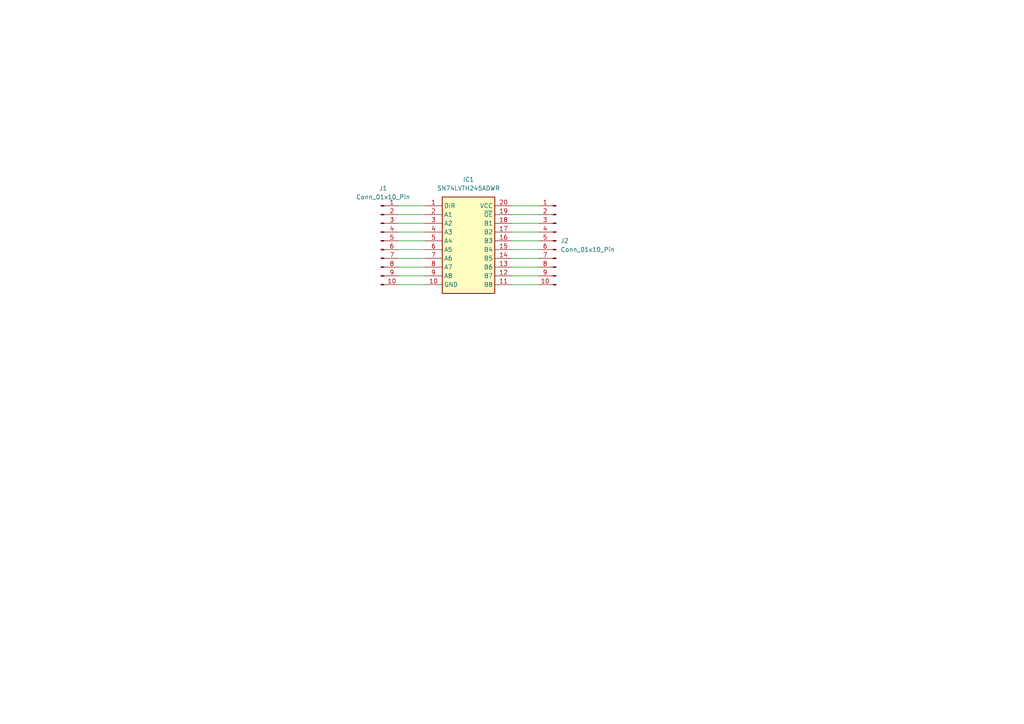
<source format=kicad_sch>
(kicad_sch (version 20230121) (generator eeschema)

  (uuid 7fcdac60-c643-43b7-bd21-cfce189e24ab)

  (paper "A4")

  (lib_symbols
    (symbol "Connector:Conn_01x10_Pin" (pin_names (offset 1.016) hide) (in_bom yes) (on_board yes)
      (property "Reference" "J" (at 0 12.7 0)
        (effects (font (size 1.27 1.27)))
      )
      (property "Value" "Conn_01x10_Pin" (at 0 -15.24 0)
        (effects (font (size 1.27 1.27)))
      )
      (property "Footprint" "" (at 0 0 0)
        (effects (font (size 1.27 1.27)) hide)
      )
      (property "Datasheet" "~" (at 0 0 0)
        (effects (font (size 1.27 1.27)) hide)
      )
      (property "ki_locked" "" (at 0 0 0)
        (effects (font (size 1.27 1.27)))
      )
      (property "ki_keywords" "connector" (at 0 0 0)
        (effects (font (size 1.27 1.27)) hide)
      )
      (property "ki_description" "Generic connector, single row, 01x10, script generated" (at 0 0 0)
        (effects (font (size 1.27 1.27)) hide)
      )
      (property "ki_fp_filters" "Connector*:*_1x??_*" (at 0 0 0)
        (effects (font (size 1.27 1.27)) hide)
      )
      (symbol "Conn_01x10_Pin_1_1"
        (polyline
          (pts
            (xy 1.27 -12.7)
            (xy 0.8636 -12.7)
          )
          (stroke (width 0.1524) (type default))
          (fill (type none))
        )
        (polyline
          (pts
            (xy 1.27 -10.16)
            (xy 0.8636 -10.16)
          )
          (stroke (width 0.1524) (type default))
          (fill (type none))
        )
        (polyline
          (pts
            (xy 1.27 -7.62)
            (xy 0.8636 -7.62)
          )
          (stroke (width 0.1524) (type default))
          (fill (type none))
        )
        (polyline
          (pts
            (xy 1.27 -5.08)
            (xy 0.8636 -5.08)
          )
          (stroke (width 0.1524) (type default))
          (fill (type none))
        )
        (polyline
          (pts
            (xy 1.27 -2.54)
            (xy 0.8636 -2.54)
          )
          (stroke (width 0.1524) (type default))
          (fill (type none))
        )
        (polyline
          (pts
            (xy 1.27 0)
            (xy 0.8636 0)
          )
          (stroke (width 0.1524) (type default))
          (fill (type none))
        )
        (polyline
          (pts
            (xy 1.27 2.54)
            (xy 0.8636 2.54)
          )
          (stroke (width 0.1524) (type default))
          (fill (type none))
        )
        (polyline
          (pts
            (xy 1.27 5.08)
            (xy 0.8636 5.08)
          )
          (stroke (width 0.1524) (type default))
          (fill (type none))
        )
        (polyline
          (pts
            (xy 1.27 7.62)
            (xy 0.8636 7.62)
          )
          (stroke (width 0.1524) (type default))
          (fill (type none))
        )
        (polyline
          (pts
            (xy 1.27 10.16)
            (xy 0.8636 10.16)
          )
          (stroke (width 0.1524) (type default))
          (fill (type none))
        )
        (rectangle (start 0.8636 -12.573) (end 0 -12.827)
          (stroke (width 0.1524) (type default))
          (fill (type outline))
        )
        (rectangle (start 0.8636 -10.033) (end 0 -10.287)
          (stroke (width 0.1524) (type default))
          (fill (type outline))
        )
        (rectangle (start 0.8636 -7.493) (end 0 -7.747)
          (stroke (width 0.1524) (type default))
          (fill (type outline))
        )
        (rectangle (start 0.8636 -4.953) (end 0 -5.207)
          (stroke (width 0.1524) (type default))
          (fill (type outline))
        )
        (rectangle (start 0.8636 -2.413) (end 0 -2.667)
          (stroke (width 0.1524) (type default))
          (fill (type outline))
        )
        (rectangle (start 0.8636 0.127) (end 0 -0.127)
          (stroke (width 0.1524) (type default))
          (fill (type outline))
        )
        (rectangle (start 0.8636 2.667) (end 0 2.413)
          (stroke (width 0.1524) (type default))
          (fill (type outline))
        )
        (rectangle (start 0.8636 5.207) (end 0 4.953)
          (stroke (width 0.1524) (type default))
          (fill (type outline))
        )
        (rectangle (start 0.8636 7.747) (end 0 7.493)
          (stroke (width 0.1524) (type default))
          (fill (type outline))
        )
        (rectangle (start 0.8636 10.287) (end 0 10.033)
          (stroke (width 0.1524) (type default))
          (fill (type outline))
        )
        (pin passive line (at 5.08 10.16 180) (length 3.81)
          (name "Pin_1" (effects (font (size 1.27 1.27))))
          (number "1" (effects (font (size 1.27 1.27))))
        )
        (pin passive line (at 5.08 -12.7 180) (length 3.81)
          (name "Pin_10" (effects (font (size 1.27 1.27))))
          (number "10" (effects (font (size 1.27 1.27))))
        )
        (pin passive line (at 5.08 7.62 180) (length 3.81)
          (name "Pin_2" (effects (font (size 1.27 1.27))))
          (number "2" (effects (font (size 1.27 1.27))))
        )
        (pin passive line (at 5.08 5.08 180) (length 3.81)
          (name "Pin_3" (effects (font (size 1.27 1.27))))
          (number "3" (effects (font (size 1.27 1.27))))
        )
        (pin passive line (at 5.08 2.54 180) (length 3.81)
          (name "Pin_4" (effects (font (size 1.27 1.27))))
          (number "4" (effects (font (size 1.27 1.27))))
        )
        (pin passive line (at 5.08 0 180) (length 3.81)
          (name "Pin_5" (effects (font (size 1.27 1.27))))
          (number "5" (effects (font (size 1.27 1.27))))
        )
        (pin passive line (at 5.08 -2.54 180) (length 3.81)
          (name "Pin_6" (effects (font (size 1.27 1.27))))
          (number "6" (effects (font (size 1.27 1.27))))
        )
        (pin passive line (at 5.08 -5.08 180) (length 3.81)
          (name "Pin_7" (effects (font (size 1.27 1.27))))
          (number "7" (effects (font (size 1.27 1.27))))
        )
        (pin passive line (at 5.08 -7.62 180) (length 3.81)
          (name "Pin_8" (effects (font (size 1.27 1.27))))
          (number "8" (effects (font (size 1.27 1.27))))
        )
        (pin passive line (at 5.08 -10.16 180) (length 3.81)
          (name "Pin_9" (effects (font (size 1.27 1.27))))
          (number "9" (effects (font (size 1.27 1.27))))
        )
      )
    )
    (symbol "SN74LVTH245ADWR:SN74LVTH245ADWR" (in_bom yes) (on_board yes)
      (property "Reference" "IC" (at 21.59 7.62 0)
        (effects (font (size 1.27 1.27)) (justify left top))
      )
      (property "Value" "SN74LVTH245ADWR" (at 21.59 5.08 0)
        (effects (font (size 1.27 1.27)) (justify left top))
      )
      (property "Footprint" "SOIC127P1030X265-20N" (at 21.59 -94.92 0)
        (effects (font (size 1.27 1.27)) (justify left top) hide)
      )
      (property "Datasheet" "http://www.ti.com/lit/gpn/sn74lvth245a" (at 21.59 -194.92 0)
        (effects (font (size 1.27 1.27)) (justify left top) hide)
      )
      (property "Height" "2.65" (at 21.59 -394.92 0)
        (effects (font (size 1.27 1.27)) (justify left top) hide)
      )
      (property "Mouser Part Number" "595-SN74LVTH245ADWR" (at 21.59 -494.92 0)
        (effects (font (size 1.27 1.27)) (justify left top) hide)
      )
      (property "Mouser Price/Stock" "https://www.mouser.co.uk/ProductDetail/Texas-Instruments/SN74LVTH245ADWR?qs=5nGYs9Do7G0OHpEJujGY6g%3D%3D" (at 21.59 -594.92 0)
        (effects (font (size 1.27 1.27)) (justify left top) hide)
      )
      (property "Manufacturer_Name" "Texas Instruments" (at 21.59 -694.92 0)
        (effects (font (size 1.27 1.27)) (justify left top) hide)
      )
      (property "Manufacturer_Part_Number" "SN74LVTH245ADWR" (at 21.59 -794.92 0)
        (effects (font (size 1.27 1.27)) (justify left top) hide)
      )
      (property "ki_description" "3.3-V ABT Octal Bus Transceivers With 3-State Outputs" (at 0 0 0)
        (effects (font (size 1.27 1.27)) hide)
      )
      (symbol "SN74LVTH245ADWR_1_1"
        (rectangle (start 5.08 2.54) (end 20.32 -25.4)
          (stroke (width 0.254) (type default))
          (fill (type background))
        )
        (pin passive line (at 0 0 0) (length 5.08)
          (name "DIR" (effects (font (size 1.27 1.27))))
          (number "1" (effects (font (size 1.27 1.27))))
        )
        (pin passive line (at 0 -22.86 0) (length 5.08)
          (name "GND" (effects (font (size 1.27 1.27))))
          (number "10" (effects (font (size 1.27 1.27))))
        )
        (pin passive line (at 25.4 -22.86 180) (length 5.08)
          (name "B8" (effects (font (size 1.27 1.27))))
          (number "11" (effects (font (size 1.27 1.27))))
        )
        (pin passive line (at 25.4 -20.32 180) (length 5.08)
          (name "B7" (effects (font (size 1.27 1.27))))
          (number "12" (effects (font (size 1.27 1.27))))
        )
        (pin passive line (at 25.4 -17.78 180) (length 5.08)
          (name "B6" (effects (font (size 1.27 1.27))))
          (number "13" (effects (font (size 1.27 1.27))))
        )
        (pin passive line (at 25.4 -15.24 180) (length 5.08)
          (name "B5" (effects (font (size 1.27 1.27))))
          (number "14" (effects (font (size 1.27 1.27))))
        )
        (pin passive line (at 25.4 -12.7 180) (length 5.08)
          (name "B4" (effects (font (size 1.27 1.27))))
          (number "15" (effects (font (size 1.27 1.27))))
        )
        (pin passive line (at 25.4 -10.16 180) (length 5.08)
          (name "B3" (effects (font (size 1.27 1.27))))
          (number "16" (effects (font (size 1.27 1.27))))
        )
        (pin passive line (at 25.4 -7.62 180) (length 5.08)
          (name "B2" (effects (font (size 1.27 1.27))))
          (number "17" (effects (font (size 1.27 1.27))))
        )
        (pin passive line (at 25.4 -5.08 180) (length 5.08)
          (name "B1" (effects (font (size 1.27 1.27))))
          (number "18" (effects (font (size 1.27 1.27))))
        )
        (pin passive line (at 25.4 -2.54 180) (length 5.08)
          (name "~{OE}" (effects (font (size 1.27 1.27))))
          (number "19" (effects (font (size 1.27 1.27))))
        )
        (pin passive line (at 0 -2.54 0) (length 5.08)
          (name "A1" (effects (font (size 1.27 1.27))))
          (number "2" (effects (font (size 1.27 1.27))))
        )
        (pin passive line (at 25.4 0 180) (length 5.08)
          (name "VCC" (effects (font (size 1.27 1.27))))
          (number "20" (effects (font (size 1.27 1.27))))
        )
        (pin passive line (at 0 -5.08 0) (length 5.08)
          (name "A2" (effects (font (size 1.27 1.27))))
          (number "3" (effects (font (size 1.27 1.27))))
        )
        (pin passive line (at 0 -7.62 0) (length 5.08)
          (name "A3" (effects (font (size 1.27 1.27))))
          (number "4" (effects (font (size 1.27 1.27))))
        )
        (pin passive line (at 0 -10.16 0) (length 5.08)
          (name "A4" (effects (font (size 1.27 1.27))))
          (number "5" (effects (font (size 1.27 1.27))))
        )
        (pin passive line (at 0 -12.7 0) (length 5.08)
          (name "A5" (effects (font (size 1.27 1.27))))
          (number "6" (effects (font (size 1.27 1.27))))
        )
        (pin passive line (at 0 -15.24 0) (length 5.08)
          (name "A6" (effects (font (size 1.27 1.27))))
          (number "7" (effects (font (size 1.27 1.27))))
        )
        (pin passive line (at 0 -17.78 0) (length 5.08)
          (name "A7" (effects (font (size 1.27 1.27))))
          (number "8" (effects (font (size 1.27 1.27))))
        )
        (pin passive line (at 0 -20.32 0) (length 5.08)
          (name "A8" (effects (font (size 1.27 1.27))))
          (number "9" (effects (font (size 1.27 1.27))))
        )
      )
    )
  )


  (wire (pts (xy 148.59 82.55) (xy 156.21 82.55))
    (stroke (width 0) (type default))
    (uuid 0f9bd792-6eaf-41cd-812d-aa9399185e9f)
  )
  (wire (pts (xy 115.57 72.39) (xy 123.19 72.39))
    (stroke (width 0) (type default))
    (uuid 10b2136e-d8e5-4592-85c5-aa1ec4993562)
  )
  (wire (pts (xy 115.57 82.55) (xy 123.19 82.55))
    (stroke (width 0) (type default))
    (uuid 186f36f2-6157-4db2-8dfa-b0e7cfc6df91)
  )
  (wire (pts (xy 148.59 74.93) (xy 156.21 74.93))
    (stroke (width 0) (type default))
    (uuid 285b05a6-2845-4daf-af50-7ec0c00eef4d)
  )
  (wire (pts (xy 148.59 67.31) (xy 156.21 67.31))
    (stroke (width 0) (type default))
    (uuid 39b2ad43-d0b9-45e9-9318-7538ebfc64b6)
  )
  (wire (pts (xy 115.57 74.93) (xy 123.19 74.93))
    (stroke (width 0) (type default))
    (uuid 4ed4e38f-77f1-4cb6-8512-3d8b563c8d02)
  )
  (wire (pts (xy 148.59 77.47) (xy 156.21 77.47))
    (stroke (width 0) (type default))
    (uuid 60b80de7-414b-4d2c-958f-a19d1a04e1f5)
  )
  (wire (pts (xy 115.57 77.47) (xy 123.19 77.47))
    (stroke (width 0) (type default))
    (uuid 6f7edb3d-6de9-4bb1-a20f-8bd7b1d18e55)
  )
  (wire (pts (xy 115.57 69.85) (xy 123.19 69.85))
    (stroke (width 0) (type default))
    (uuid 78ad286f-649a-4532-9296-c48750ea4e22)
  )
  (wire (pts (xy 115.57 80.01) (xy 123.19 80.01))
    (stroke (width 0) (type default))
    (uuid 94149eb9-1030-4008-a97b-c78bff28655f)
  )
  (wire (pts (xy 115.57 62.23) (xy 123.19 62.23))
    (stroke (width 0) (type default))
    (uuid ae836480-daaa-4266-af5a-9117f140e794)
  )
  (wire (pts (xy 115.57 64.77) (xy 123.19 64.77))
    (stroke (width 0) (type default))
    (uuid afbcdd93-2401-4b80-b352-44802b81aa35)
  )
  (wire (pts (xy 148.59 80.01) (xy 156.21 80.01))
    (stroke (width 0) (type default))
    (uuid b0f2c03b-fa3a-4bc7-b495-9cc33383220c)
  )
  (wire (pts (xy 115.57 59.69) (xy 123.19 59.69))
    (stroke (width 0) (type default))
    (uuid be9b6ca3-6f37-4377-832b-07adf9a7810b)
  )
  (wire (pts (xy 148.59 62.23) (xy 156.21 62.23))
    (stroke (width 0) (type default))
    (uuid c7893bcf-bb07-4af4-9631-2c80c7a75b1d)
  )
  (wire (pts (xy 148.59 72.39) (xy 156.21 72.39))
    (stroke (width 0) (type default))
    (uuid d13be6b2-c5c5-4b38-b7b7-be2972ead1e5)
  )
  (wire (pts (xy 148.59 59.69) (xy 156.21 59.69))
    (stroke (width 0) (type default))
    (uuid dbc7728f-9dbd-4d36-894f-8286e26310ce)
  )
  (wire (pts (xy 115.57 67.31) (xy 123.19 67.31))
    (stroke (width 0) (type default))
    (uuid f1808de8-ee58-4a0a-86f2-af99e2070e9c)
  )
  (wire (pts (xy 148.59 69.85) (xy 156.21 69.85))
    (stroke (width 0) (type default))
    (uuid f38c3a50-d4d3-4afc-84d7-28368019fdb4)
  )
  (wire (pts (xy 148.59 64.77) (xy 156.21 64.77))
    (stroke (width 0) (type default))
    (uuid f5bef9da-1e49-4a2a-b57c-1a1242d698df)
  )

  (symbol (lib_id "Connector:Conn_01x10_Pin") (at 110.49 69.85 0) (unit 1)
    (in_bom yes) (on_board yes) (dnp no)
    (uuid 18e1c1b4-5f27-4c06-bb06-f5006346cba1)
    (property "Reference" "J1" (at 111.125 54.61 0)
      (effects (font (size 1.27 1.27)))
    )
    (property "Value" "Conn_01x10_Pin" (at 111.125 57.15 0)
      (effects (font (size 1.27 1.27)))
    )
    (property "Footprint" "Connector_PinHeader_2.54mm:PinHeader_1x10_P2.54mm_Vertical" (at 110.49 69.85 0)
      (effects (font (size 1.27 1.27)) hide)
    )
    (property "Datasheet" "~" (at 110.49 69.85 0)
      (effects (font (size 1.27 1.27)) hide)
    )
    (pin "2" (uuid 81cd6c1f-a810-4cc7-af55-38e7041f8515))
    (pin "3" (uuid 229ba084-2793-452b-bc1e-cb2effaeab2e))
    (pin "4" (uuid 13b40a69-c7ec-4b22-9707-ce2e004c6fde))
    (pin "9" (uuid 98d79ded-3d98-4b90-aa35-1c9a560af626))
    (pin "7" (uuid 087255bd-34ae-481c-bf43-b75afbcd7f2c))
    (pin "1" (uuid 57c2a016-4e17-4015-acb5-076c01cc63ca))
    (pin "5" (uuid d313fd07-a92f-4445-8e5c-629fa00bad38))
    (pin "10" (uuid 5ed381f9-9713-4e20-873d-70a4c9468c62))
    (pin "8" (uuid 97642f13-9564-480c-8eb0-add642c6fc59))
    (pin "6" (uuid 5789671c-b66f-4172-a47c-c183763c80f5))
    (instances
      (project "Adaptador SN74LVTH245A"
        (path "/7fcdac60-c643-43b7-bd21-cfce189e24ab"
          (reference "J1") (unit 1)
        )
      )
    )
  )

  (symbol (lib_id "Connector:Conn_01x10_Pin") (at 161.29 69.85 0) (mirror y) (unit 1)
    (in_bom yes) (on_board yes) (dnp no) (fields_autoplaced)
    (uuid 8b5b6419-1707-490f-a84f-3b6a6168f4a1)
    (property "Reference" "J2" (at 162.56 69.85 0)
      (effects (font (size 1.27 1.27)) (justify right))
    )
    (property "Value" "Conn_01x10_Pin" (at 162.56 72.39 0)
      (effects (font (size 1.27 1.27)) (justify right))
    )
    (property "Footprint" "Connector_PinHeader_2.54mm:PinHeader_1x10_P2.54mm_Vertical" (at 161.29 69.85 0)
      (effects (font (size 1.27 1.27)) hide)
    )
    (property "Datasheet" "~" (at 161.29 69.85 0)
      (effects (font (size 1.27 1.27)) hide)
    )
    (pin "1" (uuid e2031dda-e343-443d-b0a0-88b7feece779))
    (pin "8" (uuid 6f33bef5-abda-407e-bfe2-ea629b265f1e))
    (pin "5" (uuid 9e47c4d6-7bcb-4453-86b6-e465e9d24417))
    (pin "10" (uuid e3b97fae-eb9f-4506-8bad-9d76082b7bc6))
    (pin "6" (uuid 09e0c98b-621e-4fa9-a611-4621d45805c5))
    (pin "2" (uuid cbedbca9-17a0-439b-afe2-589a9e82e747))
    (pin "4" (uuid f1823a93-3e55-404e-9509-531ba2af908e))
    (pin "7" (uuid 3cff1d73-4261-4b9a-a764-caee25f79c5f))
    (pin "9" (uuid 2bd93116-be40-4317-bae0-4551641abd57))
    (pin "3" (uuid 9e042d60-d84c-499d-b588-944b329af0c2))
    (instances
      (project "Adaptador SN74LVTH245A"
        (path "/7fcdac60-c643-43b7-bd21-cfce189e24ab"
          (reference "J2") (unit 1)
        )
      )
    )
  )

  (symbol (lib_id "SN74LVTH245ADWR:SN74LVTH245ADWR") (at 123.19 59.69 0) (unit 1)
    (in_bom yes) (on_board yes) (dnp no) (fields_autoplaced)
    (uuid b23240c4-9911-4231-b978-e3a9bf75eedc)
    (property "Reference" "IC1" (at 135.89 52.07 0)
      (effects (font (size 1.27 1.27)))
    )
    (property "Value" "SN74LVTH245ADWR" (at 135.89 54.61 0)
      (effects (font (size 1.27 1.27)))
    )
    (property "Footprint" "SOIC127P1030X265-20N" (at 144.78 154.61 0)
      (effects (font (size 1.27 1.27)) (justify left top) hide)
    )
    (property "Datasheet" "http://www.ti.com/lit/gpn/sn74lvth245a" (at 144.78 254.61 0)
      (effects (font (size 1.27 1.27)) (justify left top) hide)
    )
    (property "Height" "2.65" (at 144.78 454.61 0)
      (effects (font (size 1.27 1.27)) (justify left top) hide)
    )
    (property "Mouser Part Number" "595-SN74LVTH245ADWR" (at 144.78 554.61 0)
      (effects (font (size 1.27 1.27)) (justify left top) hide)
    )
    (property "Mouser Price/Stock" "https://www.mouser.co.uk/ProductDetail/Texas-Instruments/SN74LVTH245ADWR?qs=5nGYs9Do7G0OHpEJujGY6g%3D%3D" (at 144.78 654.61 0)
      (effects (font (size 1.27 1.27)) (justify left top) hide)
    )
    (property "Manufacturer_Name" "Texas Instruments" (at 144.78 754.61 0)
      (effects (font (size 1.27 1.27)) (justify left top) hide)
    )
    (property "Manufacturer_Part_Number" "SN74LVTH245ADWR" (at 144.78 854.61 0)
      (effects (font (size 1.27 1.27)) (justify left top) hide)
    )
    (pin "7" (uuid 4ac73344-2277-4ccb-b22d-93c11c6c403b))
    (pin "8" (uuid 73fc8f70-7b5e-4bee-ac91-e15ddc7a6ab1))
    (pin "9" (uuid f009c3b1-959a-4400-b062-eff5b9d5d7a3))
    (pin "17" (uuid dfd18329-b35b-41fc-af07-05557be6136f))
    (pin "11" (uuid ec314692-07ad-4448-bf07-c7e9b810385d))
    (pin "1" (uuid d6fe4cd4-b645-42d4-a570-5b030f6ace45))
    (pin "19" (uuid 3562f193-df29-4cb7-8f87-03c3b7a22e59))
    (pin "10" (uuid 11dc5c5c-8536-44d5-bb21-645237dd25e4))
    (pin "6" (uuid 5cfee94d-f5e1-497f-bcc1-7dc7e271d3e4))
    (pin "3" (uuid 4ff433b8-03c2-4e6d-bb5f-120ea51ad2b5))
    (pin "2" (uuid 4b89c957-6df1-4d8c-a4d9-6df0d6d63fb2))
    (pin "4" (uuid 969722c8-6012-44e3-800e-f9e03b43c37b))
    (pin "13" (uuid 9d9e4be1-1cc9-4761-bdcc-e8d49c09ea03))
    (pin "12" (uuid d65bb317-d238-44f6-acba-f02e8e7e5879))
    (pin "15" (uuid b93fb755-a29b-48b1-ac58-feb387583500))
    (pin "14" (uuid 0fabe3cb-6508-46b7-a019-ebe2338de7b2))
    (pin "18" (uuid d108eee8-977b-48e9-8470-004f23de48b7))
    (pin "20" (uuid b7dd23e3-62c7-4801-9ab9-c172658c5954))
    (pin "16" (uuid de963e06-232c-4531-9aa7-087fb6c46bc5))
    (pin "5" (uuid 5c74b2c8-f9ad-43b4-93ba-38a023b4cd5f))
    (instances
      (project "Adaptador SN74LVTH245A"
        (path "/7fcdac60-c643-43b7-bd21-cfce189e24ab"
          (reference "IC1") (unit 1)
        )
      )
    )
  )

  (sheet_instances
    (path "/" (page "1"))
  )
)

</source>
